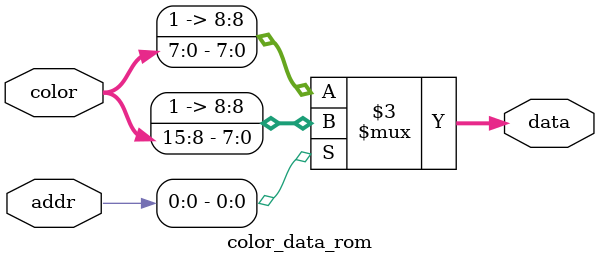
<source format=v>
module color_data_rom (addr, data, color);
	parameter DATA_LIST_LENGTH = 1;
	input wire [$clog2(DATA_LIST_LENGTH) - 1:0] addr;
	input wire [15:0] color; //RGB 565
	output reg [8:0] data;
	
	
	always @(*)
		begin
			case(addr[0])
					'd1: data <= {1'b1,color[15:8]};
				default: data <= {1'b1,color[7:0]};
			endcase
		end
	
	
endmodule
</source>
